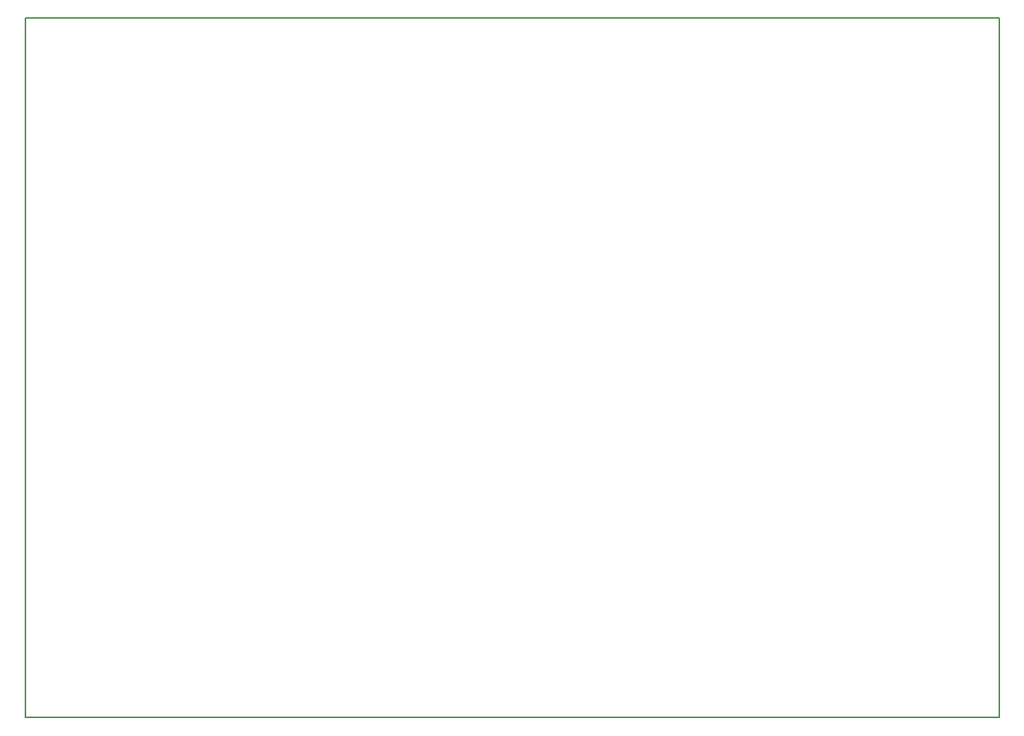
<source format=gm1>
G04 MADE WITH FRITZING*
G04 WWW.FRITZING.ORG*
G04 SINGLE SIDED*
G04 HOLES NOT PLATED*
G04 CONTOUR ON CENTER OF CONTOUR VECTOR*
%ASAXBY*%
%FSLAX23Y23*%
%MOIN*%
%OFA0B0*%
%SFA1.0B1.0*%
%ADD10R,4.348120X3.128870*%
%ADD11C,0.008000*%
%ADD10C,0.008*%
%LNCONTOUR*%
G90*
G70*
G54D10*
G54D11*
X4Y3125D02*
X4344Y3125D01*
X4344Y4D01*
X4Y4D01*
X4Y3125D01*
D02*
G04 End of contour*
M02*
</source>
